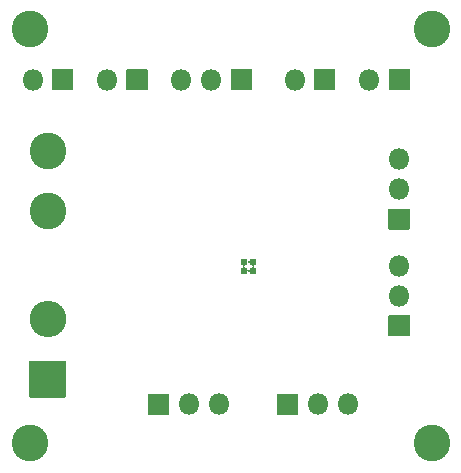
<source format=gbs>
G04 #@! TF.GenerationSoftware,KiCad,Pcbnew,(5.1.10)-1*
G04 #@! TF.CreationDate,2021-07-06T21:05:29-03:00*
G04 #@! TF.ProjectId,BQ25505,42513235-3530-4352-9e6b-696361645f70,rev?*
G04 #@! TF.SameCoordinates,Original*
G04 #@! TF.FileFunction,Soldermask,Bot*
G04 #@! TF.FilePolarity,Negative*
%FSLAX46Y46*%
G04 Gerber Fmt 4.6, Leading zero omitted, Abs format (unit mm)*
G04 Created by KiCad (PCBNEW (5.1.10)-1) date 2021-07-06 21:05:29*
%MOMM*%
%LPD*%
G01*
G04 APERTURE LIST*
%ADD10C,3.102000*%
%ADD11O,1.802000X1.802000*%
%ADD12O,3.102000X3.102000*%
%ADD13C,0.610000*%
%ADD14C,0.100000*%
G04 APERTURE END LIST*
D10*
X191008000Y-124460000D03*
X156972000Y-124460000D03*
X191008000Y-89408000D03*
X156972000Y-89408000D03*
D11*
X183896000Y-121158000D03*
X181356000Y-121158000D03*
G36*
G01*
X179666000Y-122059000D02*
X177966000Y-122059000D01*
G75*
G02*
X177915000Y-122008000I0J51000D01*
G01*
X177915000Y-120308000D01*
G75*
G02*
X177966000Y-120257000I51000J0D01*
G01*
X179666000Y-120257000D01*
G75*
G02*
X179717000Y-120308000I0J-51000D01*
G01*
X179717000Y-122008000D01*
G75*
G02*
X179666000Y-122059000I-51000J0D01*
G01*
G37*
D12*
X158496000Y-113944400D03*
G36*
G01*
X159996000Y-120575400D02*
X156996000Y-120575400D01*
G75*
G02*
X156945000Y-120524400I0J51000D01*
G01*
X156945000Y-117524400D01*
G75*
G02*
X156996000Y-117473400I51000J0D01*
G01*
X159996000Y-117473400D01*
G75*
G02*
X160047000Y-117524400I0J-51000D01*
G01*
X160047000Y-120524400D01*
G75*
G02*
X159996000Y-120575400I-51000J0D01*
G01*
G37*
D10*
X158496000Y-99720400D03*
X158496000Y-104800400D03*
D11*
X172974000Y-121158000D03*
X170434000Y-121158000D03*
G36*
G01*
X168744000Y-122059000D02*
X167044000Y-122059000D01*
G75*
G02*
X166993000Y-122008000I0J51000D01*
G01*
X166993000Y-120308000D01*
G75*
G02*
X167044000Y-120257000I51000J0D01*
G01*
X168744000Y-120257000D01*
G75*
G02*
X168795000Y-120308000I0J-51000D01*
G01*
X168795000Y-122008000D01*
G75*
G02*
X168744000Y-122059000I-51000J0D01*
G01*
G37*
X179425600Y-93675200D03*
G36*
G01*
X181115600Y-92774200D02*
X182815600Y-92774200D01*
G75*
G02*
X182866600Y-92825200I0J-51000D01*
G01*
X182866600Y-94525200D01*
G75*
G02*
X182815600Y-94576200I-51000J0D01*
G01*
X181115600Y-94576200D01*
G75*
G02*
X181064600Y-94525200I0J51000D01*
G01*
X181064600Y-92825200D01*
G75*
G02*
X181115600Y-92774200I51000J0D01*
G01*
G37*
X188252100Y-109410500D03*
X188252100Y-111950500D03*
G36*
G01*
X189153100Y-113640500D02*
X189153100Y-115340500D01*
G75*
G02*
X189102100Y-115391500I-51000J0D01*
G01*
X187402100Y-115391500D01*
G75*
G02*
X187351100Y-115340500I0J51000D01*
G01*
X187351100Y-113640500D01*
G75*
G02*
X187402100Y-113589500I51000J0D01*
G01*
X189102100Y-113589500D01*
G75*
G02*
X189153100Y-113640500I0J-51000D01*
G01*
G37*
X163525200Y-93675200D03*
G36*
G01*
X165215200Y-92774200D02*
X166915200Y-92774200D01*
G75*
G02*
X166966200Y-92825200I0J-51000D01*
G01*
X166966200Y-94525200D01*
G75*
G02*
X166915200Y-94576200I-51000J0D01*
G01*
X165215200Y-94576200D01*
G75*
G02*
X165164200Y-94525200I0J51000D01*
G01*
X165164200Y-92825200D01*
G75*
G02*
X165215200Y-92774200I51000J0D01*
G01*
G37*
X157226000Y-93675200D03*
G36*
G01*
X158916000Y-92774200D02*
X160616000Y-92774200D01*
G75*
G02*
X160667000Y-92825200I0J-51000D01*
G01*
X160667000Y-94525200D01*
G75*
G02*
X160616000Y-94576200I-51000J0D01*
G01*
X158916000Y-94576200D01*
G75*
G02*
X158865000Y-94525200I0J51000D01*
G01*
X158865000Y-92825200D01*
G75*
G02*
X158916000Y-92774200I51000J0D01*
G01*
G37*
X185724800Y-93675200D03*
G36*
G01*
X187414800Y-92774200D02*
X189114800Y-92774200D01*
G75*
G02*
X189165800Y-92825200I0J-51000D01*
G01*
X189165800Y-94525200D01*
G75*
G02*
X189114800Y-94576200I-51000J0D01*
G01*
X187414800Y-94576200D01*
G75*
G02*
X187363800Y-94525200I0J51000D01*
G01*
X187363800Y-92825200D01*
G75*
G02*
X187414800Y-92774200I51000J0D01*
G01*
G37*
D13*
X175120300Y-109867700D03*
X175120300Y-109080300D03*
X175907700Y-109867700D03*
X175907700Y-109080300D03*
G36*
G01*
X174054400Y-92774200D02*
X175754400Y-92774200D01*
G75*
G02*
X175805400Y-92825200I0J-51000D01*
G01*
X175805400Y-94525200D01*
G75*
G02*
X175754400Y-94576200I-51000J0D01*
G01*
X174054400Y-94576200D01*
G75*
G02*
X174003400Y-94525200I0J51000D01*
G01*
X174003400Y-92825200D01*
G75*
G02*
X174054400Y-92774200I51000J0D01*
G01*
G37*
D11*
X172364400Y-93675200D03*
X169824400Y-93675200D03*
X188252100Y-100393500D03*
X188252100Y-102933500D03*
G36*
G01*
X189153100Y-104623500D02*
X189153100Y-106323500D01*
G75*
G02*
X189102100Y-106374500I-51000J0D01*
G01*
X187402100Y-106374500D01*
G75*
G02*
X187351100Y-106323500I0J51000D01*
G01*
X187351100Y-104623500D01*
G75*
G02*
X187402100Y-104572500I51000J0D01*
G01*
X189102100Y-104572500D01*
G75*
G02*
X189153100Y-104623500I0J-51000D01*
G01*
G37*
D14*
G36*
X175628285Y-109752146D02*
G01*
X175628435Y-109753967D01*
X175617757Y-109779745D01*
X175606169Y-109838004D01*
X175606169Y-109897396D01*
X175617757Y-109955655D01*
X175628435Y-109981434D01*
X175628174Y-109983417D01*
X175626326Y-109984182D01*
X175624823Y-109983142D01*
X175616262Y-109967125D01*
X175600967Y-109948488D01*
X175582330Y-109933192D01*
X175561066Y-109921827D01*
X175537991Y-109914827D01*
X175514000Y-109912464D01*
X175490009Y-109914827D01*
X175466934Y-109921827D01*
X175445671Y-109933192D01*
X175427034Y-109948487D01*
X175411738Y-109967124D01*
X175403177Y-109983141D01*
X175401478Y-109984197D01*
X175399715Y-109983254D01*
X175399565Y-109981433D01*
X175410243Y-109955655D01*
X175421831Y-109897396D01*
X175421831Y-109838004D01*
X175410243Y-109779745D01*
X175399565Y-109753966D01*
X175399826Y-109751983D01*
X175401674Y-109751218D01*
X175403177Y-109752258D01*
X175411738Y-109768275D01*
X175427033Y-109786912D01*
X175445670Y-109802208D01*
X175466934Y-109813573D01*
X175490009Y-109820573D01*
X175514000Y-109822936D01*
X175537991Y-109820573D01*
X175561066Y-109813573D01*
X175582329Y-109802208D01*
X175600966Y-109786913D01*
X175616262Y-109768276D01*
X175624823Y-109752259D01*
X175626522Y-109751203D01*
X175628285Y-109752146D01*
G37*
G36*
X176023417Y-109359826D02*
G01*
X176024182Y-109361674D01*
X176023142Y-109363177D01*
X176007125Y-109371738D01*
X175988488Y-109387033D01*
X175973192Y-109405670D01*
X175961827Y-109426934D01*
X175954827Y-109450009D01*
X175952464Y-109474000D01*
X175954827Y-109497991D01*
X175961827Y-109521066D01*
X175973192Y-109542329D01*
X175988487Y-109560966D01*
X176007124Y-109576262D01*
X176023141Y-109584823D01*
X176024197Y-109586522D01*
X176023254Y-109588285D01*
X176021433Y-109588435D01*
X175995655Y-109577757D01*
X175937396Y-109566169D01*
X175878004Y-109566169D01*
X175819745Y-109577757D01*
X175793966Y-109588435D01*
X175791983Y-109588174D01*
X175791218Y-109586326D01*
X175792258Y-109584823D01*
X175808275Y-109576262D01*
X175826912Y-109560967D01*
X175842208Y-109542330D01*
X175853573Y-109521066D01*
X175860573Y-109497991D01*
X175862936Y-109474000D01*
X175860573Y-109450009D01*
X175853573Y-109426934D01*
X175842208Y-109405671D01*
X175826913Y-109387034D01*
X175808276Y-109371738D01*
X175792259Y-109363177D01*
X175791203Y-109361478D01*
X175792146Y-109359715D01*
X175793967Y-109359565D01*
X175819745Y-109370243D01*
X175878004Y-109381831D01*
X175937396Y-109381831D01*
X175995655Y-109370243D01*
X176021434Y-109359565D01*
X176023417Y-109359826D01*
G37*
G36*
X175236017Y-109359826D02*
G01*
X175236782Y-109361674D01*
X175235742Y-109363177D01*
X175219725Y-109371738D01*
X175201088Y-109387033D01*
X175185792Y-109405670D01*
X175174427Y-109426934D01*
X175167427Y-109450009D01*
X175165064Y-109474000D01*
X175167427Y-109497991D01*
X175174427Y-109521066D01*
X175185792Y-109542329D01*
X175201087Y-109560966D01*
X175219724Y-109576262D01*
X175235741Y-109584823D01*
X175236797Y-109586522D01*
X175235854Y-109588285D01*
X175234033Y-109588435D01*
X175208255Y-109577757D01*
X175149996Y-109566169D01*
X175090604Y-109566169D01*
X175032345Y-109577757D01*
X175006566Y-109588435D01*
X175004583Y-109588174D01*
X175003818Y-109586326D01*
X175004858Y-109584823D01*
X175020875Y-109576262D01*
X175039512Y-109560967D01*
X175054808Y-109542330D01*
X175066173Y-109521066D01*
X175073173Y-109497991D01*
X175075536Y-109474000D01*
X175073173Y-109450009D01*
X175066173Y-109426934D01*
X175054808Y-109405671D01*
X175039513Y-109387034D01*
X175020876Y-109371738D01*
X175004859Y-109363177D01*
X175003803Y-109361478D01*
X175004746Y-109359715D01*
X175006567Y-109359565D01*
X175032345Y-109370243D01*
X175090604Y-109381831D01*
X175149996Y-109381831D01*
X175208255Y-109370243D01*
X175234034Y-109359565D01*
X175236017Y-109359826D01*
G37*
G36*
X175628285Y-108964746D02*
G01*
X175628435Y-108966567D01*
X175617757Y-108992345D01*
X175606169Y-109050604D01*
X175606169Y-109109996D01*
X175617757Y-109168255D01*
X175628435Y-109194034D01*
X175628174Y-109196017D01*
X175626326Y-109196782D01*
X175624823Y-109195742D01*
X175616262Y-109179725D01*
X175600967Y-109161088D01*
X175582330Y-109145792D01*
X175561066Y-109134427D01*
X175537991Y-109127427D01*
X175514000Y-109125064D01*
X175490009Y-109127427D01*
X175466934Y-109134427D01*
X175445671Y-109145792D01*
X175427034Y-109161087D01*
X175411738Y-109179724D01*
X175403177Y-109195741D01*
X175401478Y-109196797D01*
X175399715Y-109195854D01*
X175399565Y-109194033D01*
X175410243Y-109168255D01*
X175421831Y-109109996D01*
X175421831Y-109050604D01*
X175410243Y-108992345D01*
X175399565Y-108966566D01*
X175399826Y-108964583D01*
X175401674Y-108963818D01*
X175403177Y-108964858D01*
X175411738Y-108980875D01*
X175427033Y-108999512D01*
X175445670Y-109014808D01*
X175466934Y-109026173D01*
X175490009Y-109033173D01*
X175514000Y-109035536D01*
X175537991Y-109033173D01*
X175561066Y-109026173D01*
X175582329Y-109014808D01*
X175600966Y-108999513D01*
X175616262Y-108980876D01*
X175624823Y-108964859D01*
X175626522Y-108963803D01*
X175628285Y-108964746D01*
G37*
M02*

</source>
